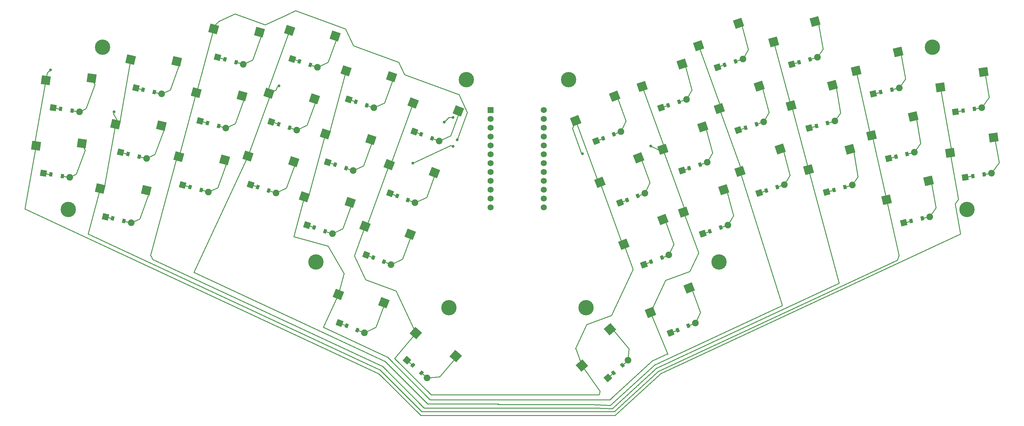
<source format=gbr>
%TF.GenerationSoftware,KiCad,Pcbnew,8.0.2-1*%
%TF.CreationDate,2024-07-02T10:22:07-04:00*%
%TF.ProjectId,thesplit,74686573-706c-4697-942e-6b696361645f,rev?*%
%TF.SameCoordinates,Original*%
%TF.FileFunction,Copper,L2,Bot*%
%TF.FilePolarity,Positive*%
%FSLAX46Y46*%
G04 Gerber Fmt 4.6, Leading zero omitted, Abs format (unit mm)*
G04 Created by KiCad (PCBNEW 8.0.2-1) date 2024-07-02 10:22:07*
%MOMM*%
%LPD*%
G01*
G04 APERTURE LIST*
G04 Aperture macros list*
%AMRotRect*
0 Rectangle, with rotation*
0 The origin of the aperture is its center*
0 $1 length*
0 $2 width*
0 $3 Rotation angle, in degrees counterclockwise*
0 Add horizontal line*
21,1,$1,$2,0,0,$3*%
G04 Aperture macros list end*
%TA.AperFunction,SMDPad,CuDef*%
%ADD10RotRect,2.550000X2.500000X351.500000*%
%TD*%
%TA.AperFunction,SMDPad,CuDef*%
%ADD11RotRect,2.550000X2.500000X346.750000*%
%TD*%
%TA.AperFunction,SMDPad,CuDef*%
%ADD12RotRect,2.550000X2.500000X344.750000*%
%TD*%
%TA.AperFunction,SMDPad,CuDef*%
%ADD13RotRect,2.550000X2.500000X341.750000*%
%TD*%
%TA.AperFunction,SMDPad,CuDef*%
%ADD14RotRect,2.550000X2.500000X338.750000*%
%TD*%
%TA.AperFunction,SMDPad,CuDef*%
%ADD15RotRect,2.550000X2.500000X318.750000*%
%TD*%
%TA.AperFunction,SMDPad,CuDef*%
%ADD16RotRect,2.550000X2.500000X8.500000*%
%TD*%
%TA.AperFunction,SMDPad,CuDef*%
%ADD17RotRect,2.550000X2.500000X13.250000*%
%TD*%
%TA.AperFunction,SMDPad,CuDef*%
%ADD18RotRect,2.550000X2.500000X15.250000*%
%TD*%
%TA.AperFunction,SMDPad,CuDef*%
%ADD19RotRect,2.550000X2.500000X18.250000*%
%TD*%
%TA.AperFunction,SMDPad,CuDef*%
%ADD20RotRect,2.550000X2.500000X21.250000*%
%TD*%
%TA.AperFunction,SMDPad,CuDef*%
%ADD21RotRect,2.550000X2.500000X41.250000*%
%TD*%
%TA.AperFunction,ComponentPad*%
%ADD22C,1.905000*%
%TD*%
%TA.AperFunction,ComponentPad*%
%ADD23RotRect,1.778000X1.778000X351.500000*%
%TD*%
%TA.AperFunction,SMDPad,CuDef*%
%ADD24RotRect,0.900000X1.200000X351.500000*%
%TD*%
%TA.AperFunction,ComponentPad*%
%ADD25RotRect,1.778000X1.778000X346.750000*%
%TD*%
%TA.AperFunction,SMDPad,CuDef*%
%ADD26RotRect,0.900000X1.200000X346.750000*%
%TD*%
%TA.AperFunction,ComponentPad*%
%ADD27RotRect,1.778000X1.778000X344.750000*%
%TD*%
%TA.AperFunction,SMDPad,CuDef*%
%ADD28RotRect,0.900000X1.200000X344.750000*%
%TD*%
%TA.AperFunction,ComponentPad*%
%ADD29RotRect,1.778000X1.778000X341.750000*%
%TD*%
%TA.AperFunction,SMDPad,CuDef*%
%ADD30RotRect,0.900000X1.200000X341.750000*%
%TD*%
%TA.AperFunction,ComponentPad*%
%ADD31RotRect,1.778000X1.778000X338.750000*%
%TD*%
%TA.AperFunction,SMDPad,CuDef*%
%ADD32RotRect,0.900000X1.200000X338.750000*%
%TD*%
%TA.AperFunction,ComponentPad*%
%ADD33RotRect,1.778000X1.778000X318.750000*%
%TD*%
%TA.AperFunction,SMDPad,CuDef*%
%ADD34RotRect,0.900000X1.200000X318.750000*%
%TD*%
%TA.AperFunction,ComponentPad*%
%ADD35RotRect,1.778000X1.778000X8.500000*%
%TD*%
%TA.AperFunction,SMDPad,CuDef*%
%ADD36RotRect,0.900000X1.200000X8.500000*%
%TD*%
%TA.AperFunction,ComponentPad*%
%ADD37RotRect,1.778000X1.778000X13.250000*%
%TD*%
%TA.AperFunction,SMDPad,CuDef*%
%ADD38RotRect,0.900000X1.200000X13.250000*%
%TD*%
%TA.AperFunction,ComponentPad*%
%ADD39RotRect,1.778000X1.778000X15.250000*%
%TD*%
%TA.AperFunction,SMDPad,CuDef*%
%ADD40RotRect,0.900000X1.200000X15.250000*%
%TD*%
%TA.AperFunction,ComponentPad*%
%ADD41RotRect,1.778000X1.778000X18.250000*%
%TD*%
%TA.AperFunction,SMDPad,CuDef*%
%ADD42RotRect,0.900000X1.200000X18.250000*%
%TD*%
%TA.AperFunction,ComponentPad*%
%ADD43RotRect,1.778000X1.778000X21.250000*%
%TD*%
%TA.AperFunction,SMDPad,CuDef*%
%ADD44RotRect,0.900000X1.200000X21.250000*%
%TD*%
%TA.AperFunction,ComponentPad*%
%ADD45RotRect,1.778000X1.778000X41.250000*%
%TD*%
%TA.AperFunction,SMDPad,CuDef*%
%ADD46RotRect,0.900000X1.200000X41.250000*%
%TD*%
%TA.AperFunction,ComponentPad*%
%ADD47C,0.700000*%
%TD*%
%TA.AperFunction,ComponentPad*%
%ADD48C,4.400000*%
%TD*%
%TA.AperFunction,ComponentPad*%
%ADD49C,1.752600*%
%TD*%
%TA.AperFunction,ComponentPad*%
%ADD50R,1.752600X1.752600*%
%TD*%
%TA.AperFunction,ViaPad*%
%ADD51C,0.800000*%
%TD*%
%TA.AperFunction,Conductor*%
%ADD52C,0.250000*%
%TD*%
G04 APERTURE END LIST*
D10*
%TO.P,S1,2*%
%TO.N,outer_home*%
X217442743Y-201947851D03*
%TO.P,S1,1*%
%TO.N,P20*%
X204282298Y-202549221D03*
%TD*%
%TO.P,S2,2*%
%TO.N,outer_top*%
X220251109Y-183156549D03*
%TO.P,S2,1*%
%TO.N,P20*%
X207090664Y-183757919D03*
%TD*%
D11*
%TO.P,S3,2*%
%TO.N,pinky_bottom*%
X235872041Y-215351516D03*
%TO.P,S3,1*%
%TO.N,P19*%
X222706999Y-214861021D03*
%TD*%
%TO.P,S4,2*%
%TO.N,pinky_home*%
X240226856Y-196857305D03*
%TO.P,S4,1*%
%TO.N,P19*%
X227061814Y-196366810D03*
%TD*%
%TO.P,S5,2*%
%TO.N,pinky_top*%
X244581650Y-178363103D03*
%TO.P,S5,1*%
%TO.N,P19*%
X231416608Y-177872608D03*
%TD*%
D12*
%TO.P,S6,2*%
%TO.N,ring_bottom*%
X258293703Y-206646173D03*
%TO.P,S6,1*%
%TO.N,P18*%
X245153795Y-205696524D03*
%TD*%
%TO.P,S7,2*%
%TO.N,ring_home*%
X263291309Y-188315210D03*
%TO.P,S7,1*%
%TO.N,P18*%
X250151401Y-187365561D03*
%TD*%
%TO.P,S8,2*%
%TO.N,ring_top*%
X268288901Y-169984243D03*
%TO.P,S8,1*%
%TO.N,P18*%
X255148993Y-169034594D03*
%TD*%
D13*
%TO.P,S9,2*%
%TO.N,middle_bottom*%
X278106356Y-207189335D03*
%TO.P,S9,1*%
%TO.N,P14*%
X265034166Y-205553311D03*
%TD*%
%TO.P,S10,2*%
%TO.N,middle_home*%
X284056462Y-189145051D03*
%TO.P,S10,1*%
%TO.N,P14*%
X270984272Y-187509027D03*
%TD*%
%TO.P,S11,2*%
%TO.N,middle_top*%
X290006579Y-171100766D03*
%TO.P,S11,1*%
%TO.N,P14*%
X276934389Y-169464742D03*
%TD*%
%TO.P,S12,2*%
%TO.N,index_bottom*%
X294271660Y-218837632D03*
%TO.P,S12,1*%
%TO.N,P4*%
X281199470Y-217201608D03*
%TD*%
%TO.P,S13,2*%
%TO.N,index_home*%
X300221763Y-200793367D03*
%TO.P,S13,1*%
%TO.N,P4*%
X287149573Y-199157343D03*
%TD*%
%TO.P,S14,2*%
%TO.N,index_top*%
X306171869Y-182749080D03*
%TO.P,S14,1*%
%TO.N,P4*%
X293099679Y-181113056D03*
%TD*%
D14*
%TO.P,S15,2*%
%TO.N,inner_bottom*%
X311523407Y-228014577D03*
%TO.P,S15,1*%
%TO.N,P3*%
X298554750Y-225696639D03*
%TD*%
%TO.P,S16,2*%
%TO.N,inner_home*%
X318409728Y-210306458D03*
%TO.P,S16,1*%
%TO.N,P3*%
X305441071Y-207988520D03*
%TD*%
%TO.P,S18,2*%
%TO.N,near_thumb*%
X303912214Y-247586756D03*
%TO.P,S18,1*%
%TO.N,P4*%
X290943557Y-245268818D03*
%TD*%
D15*
%TO.P,S19,2*%
%TO.N,home_thumb*%
X324495318Y-262957910D03*
%TO.P,S19,1*%
%TO.N,P3*%
X313101548Y-256344218D03*
%TD*%
D16*
%TO.P,S20,2*%
%TO.N,mirror_outer_home*%
X478587794Y-200220840D03*
%TO.P,S20,1*%
%TO.N,P20*%
X466178224Y-204643674D03*
%TD*%
%TO.P,S21,2*%
%TO.N,mirror_outer_top*%
X475779423Y-181429546D03*
%TO.P,S21,1*%
%TO.N,P20*%
X463369853Y-185852380D03*
%TD*%
D17*
%TO.P,S22,2*%
%TO.N,mirror_pinky_bottom*%
X459975785Y-212673521D03*
%TO.P,S22,1*%
%TO.N,P19*%
X447975082Y-218108783D03*
%TD*%
%TO.P,S23,2*%
%TO.N,mirror_pinky_home*%
X455620978Y-194179326D03*
%TO.P,S23,1*%
%TO.N,P19*%
X443620275Y-199614588D03*
%TD*%
%TO.P,S24,2*%
%TO.N,mirror_pinky_top*%
X451266162Y-175685112D03*
%TO.P,S24,1*%
%TO.N,P19*%
X439265459Y-181120374D03*
%TD*%
D18*
%TO.P,S25,2*%
%TO.N,mirror_ring_bottom*%
X437453713Y-203572908D03*
%TO.P,S25,1*%
%TO.N,P18*%
X425650007Y-209423668D03*
%TD*%
%TO.P,S26,2*%
%TO.N,mirror_ring_home*%
X432456139Y-185241955D03*
%TO.P,S26,1*%
%TO.N,P18*%
X420652433Y-191092715D03*
%TD*%
%TO.P,S27,2*%
%TO.N,mirror_ring_top*%
X427458546Y-166910991D03*
%TO.P,S27,1*%
%TO.N,P18*%
X415654840Y-172761751D03*
%TD*%
D19*
%TO.P,S28,2*%
%TO.N,mirror_middle_bottom*%
X417464805Y-203530339D03*
%TO.P,S28,1*%
%TO.N,P14*%
X405983474Y-209990850D03*
%TD*%
%TO.P,S29,2*%
%TO.N,mirror_middle_home*%
X411514679Y-185486038D03*
%TO.P,S29,1*%
%TO.N,P14*%
X400033348Y-191946549D03*
%TD*%
%TO.P,S30,2*%
%TO.N,mirror_middle_top*%
X405564571Y-167441763D03*
%TO.P,S30,1*%
%TO.N,P14*%
X394083240Y-173902274D03*
%TD*%
%TO.P,S31,2*%
%TO.N,mirror_index_bottom*%
X401299505Y-215178648D03*
%TO.P,S31,1*%
%TO.N,P4*%
X389818174Y-221639159D03*
%TD*%
%TO.P,S32,2*%
%TO.N,mirror_index_home*%
X395349373Y-197134351D03*
%TO.P,S32,1*%
%TO.N,P4*%
X383868042Y-203594862D03*
%TD*%
%TO.P,S33,2*%
%TO.N,mirror_index_top*%
X389399275Y-179090074D03*
%TO.P,S33,1*%
%TO.N,P4*%
X377917944Y-185550585D03*
%TD*%
D20*
%TO.P,S34,2*%
%TO.N,mirror_inner_bottom*%
X383841023Y-223779853D03*
%TO.P,S34,1*%
%TO.N,P3*%
X372713550Y-230832392D03*
%TD*%
%TO.P,S35,2*%
%TO.N,mirror_inner_home*%
X376954721Y-206071712D03*
%TO.P,S35,1*%
%TO.N,P3*%
X365827248Y-213124251D03*
%TD*%
%TO.P,S36,2*%
%TO.N,mirror_inner_top*%
X370068378Y-188363564D03*
%TO.P,S36,1*%
%TO.N,P3*%
X358940905Y-195416103D03*
%TD*%
%TO.P,S37,2*%
%TO.N,mirror_near_thumb*%
X391452215Y-243352025D03*
%TO.P,S37,1*%
%TO.N,P4*%
X380324742Y-250404564D03*
%TD*%
D21*
%TO.P,S38,2*%
%TO.N,mirror_home_thumb*%
X368764047Y-255254105D03*
%TO.P,S38,1*%
%TO.N,P3*%
X360719750Y-265687147D03*
%TD*%
D22*
%TO.P,D1,2*%
%TO.N,outer_home*%
X213943144Y-211616778D03*
D23*
%TO.P,D1,1*%
%TO.N,P15*%
X206406842Y-210490480D03*
D24*
X208543115Y-210809744D03*
%TO.P,D1,2*%
%TO.N,outer_home*%
X211806871Y-211297514D03*
%TD*%
D22*
%TO.P,D2,2*%
%TO.N,outer_top*%
X216751497Y-192825470D03*
D23*
%TO.P,D2,1*%
%TO.N,P21*%
X209215195Y-191699172D03*
D24*
X211351468Y-192018436D03*
%TO.P,D2,2*%
%TO.N,outer_top*%
X214615224Y-192506206D03*
%TD*%
D22*
%TO.P,D3,2*%
%TO.N,pinky_bottom*%
X231583801Y-224697417D03*
D25*
%TO.P,D3,1*%
%TO.N,P16*%
X224166657Y-222950923D03*
D26*
X226269152Y-223445986D03*
%TO.P,D3,2*%
%TO.N,pinky_bottom*%
X229481306Y-224202354D03*
%TD*%
D22*
%TO.P,D4,2*%
%TO.N,pinky_home*%
X235938599Y-206203222D03*
D25*
%TO.P,D4,1*%
%TO.N,P15*%
X228521455Y-204456728D03*
D26*
X230623950Y-204951791D03*
%TO.P,D4,2*%
%TO.N,pinky_home*%
X233836104Y-205708159D03*
%TD*%
D22*
%TO.P,D5,2*%
%TO.N,pinky_top*%
X240293406Y-187709013D03*
D25*
%TO.P,D5,1*%
%TO.N,P21*%
X232876262Y-185962519D03*
D26*
X234978757Y-186457582D03*
%TO.P,D5,2*%
%TO.N,pinky_top*%
X238190911Y-187213950D03*
%TD*%
D22*
%TO.P,D6,2*%
%TO.N,ring_bottom*%
X253681900Y-215836750D03*
D27*
%TO.P,D6,1*%
%TO.N,P16*%
X246330220Y-213832446D03*
D28*
X248414163Y-214400596D03*
%TO.P,D6,2*%
%TO.N,ring_bottom*%
X251597957Y-215268600D03*
%TD*%
D22*
%TO.P,D7,2*%
%TO.N,ring_home*%
X258679479Y-197505791D03*
D27*
%TO.P,D7,1*%
%TO.N,P15*%
X251327799Y-195501487D03*
D28*
X253411742Y-196069637D03*
%TO.P,D7,2*%
%TO.N,ring_home*%
X256595536Y-196937641D03*
%TD*%
D22*
%TO.P,D8,2*%
%TO.N,ring_top*%
X263677107Y-179174823D03*
D27*
%TO.P,D8,1*%
%TO.N,P21*%
X256325427Y-177170519D03*
D28*
X258409370Y-177738669D03*
%TO.P,D8,2*%
%TO.N,ring_top*%
X261593164Y-178606673D03*
%TD*%
D22*
%TO.P,D9,2*%
%TO.N,middle_bottom*%
X273019881Y-216125958D03*
D29*
%TO.P,D9,1*%
%TO.N,P16*%
X265783169Y-213739662D03*
D30*
X267834528Y-214416090D03*
%TO.P,D9,2*%
%TO.N,middle_bottom*%
X270968522Y-215449530D03*
%TD*%
D22*
%TO.P,D10,2*%
%TO.N,middle_home*%
X278970003Y-198081658D03*
D29*
%TO.P,D10,1*%
%TO.N,P15*%
X271733291Y-195695362D03*
D30*
X273784650Y-196371790D03*
%TO.P,D10,2*%
%TO.N,middle_home*%
X276918644Y-197405230D03*
%TD*%
D22*
%TO.P,D11,2*%
%TO.N,middle_top*%
X284920094Y-180037389D03*
D29*
%TO.P,D11,1*%
%TO.N,P21*%
X277683382Y-177651093D03*
D30*
X279734741Y-178327521D03*
%TO.P,D11,2*%
%TO.N,middle_top*%
X282868735Y-179360961D03*
%TD*%
D22*
%TO.P,D12,2*%
%TO.N,index_bottom*%
X289185186Y-227774264D03*
D29*
%TO.P,D12,1*%
%TO.N,P16*%
X281948474Y-225387968D03*
D30*
X283999833Y-226064396D03*
%TO.P,D12,2*%
%TO.N,index_bottom*%
X287133827Y-227097836D03*
%TD*%
D22*
%TO.P,D13,2*%
%TO.N,index_home*%
X295135292Y-209729982D03*
D29*
%TO.P,D13,1*%
%TO.N,P15*%
X287898580Y-207343686D03*
D30*
X289949939Y-208020114D03*
%TO.P,D13,2*%
%TO.N,index_home*%
X293083933Y-209053554D03*
%TD*%
D22*
%TO.P,D14,2*%
%TO.N,index_top*%
X301085403Y-191685691D03*
D29*
%TO.P,D14,1*%
%TO.N,P21*%
X293848691Y-189299395D03*
D30*
X295900050Y-189975823D03*
%TO.P,D14,2*%
%TO.N,index_top*%
X299034044Y-191009263D03*
%TD*%
D22*
%TO.P,D15,2*%
%TO.N,inner_bottom*%
X305976178Y-236672759D03*
D31*
%TO.P,D15,1*%
%TO.N,P16*%
X298874286Y-233910979D03*
D32*
X300887418Y-234693845D03*
%TO.P,D15,2*%
%TO.N,inner_bottom*%
X303963046Y-235889893D03*
%TD*%
D22*
%TO.P,D16,2*%
%TO.N,inner_home*%
X312862523Y-218964608D03*
D31*
%TO.P,D16,1*%
%TO.N,P15*%
X305760631Y-216202828D03*
D32*
X307773763Y-216985694D03*
%TO.P,D16,2*%
%TO.N,inner_home*%
X310849391Y-218181742D03*
%TD*%
D22*
%TO.P,D17,2*%
%TO.N,inner_top*%
X319748818Y-201256457D03*
D31*
%TO.P,D17,1*%
%TO.N,P21*%
X312646926Y-198494677D03*
D32*
X314660058Y-199277543D03*
%TO.P,D17,2*%
%TO.N,inner_top*%
X317735686Y-200473591D03*
%TD*%
D22*
%TO.P,D18,2*%
%TO.N,near_thumb*%
X298364995Y-256244922D03*
D31*
%TO.P,D18,1*%
%TO.N,P10*%
X291263103Y-253483142D03*
D32*
X293276235Y-254266008D03*
%TO.P,D18,2*%
%TO.N,near_thumb*%
X296351863Y-255462056D03*
%TD*%
D22*
%TO.P,D19,2*%
%TO.N,home_thumb*%
X316321361Y-269196685D03*
D33*
%TO.P,D19,1*%
%TO.N,P10*%
X310592341Y-264172469D03*
D34*
X312216318Y-265596658D03*
%TO.P,D19,2*%
%TO.N,home_thumb*%
X314697384Y-267772496D03*
%TD*%
D22*
%TO.P,D20,2*%
%TO.N,mirror_outer_home*%
X478068027Y-210490464D03*
D35*
%TO.P,D20,1*%
%TO.N,P6*%
X470531727Y-211616776D03*
D36*
X472668000Y-211297504D03*
%TO.P,D20,2*%
%TO.N,mirror_outer_home*%
X475931754Y-210809736D03*
%TD*%
D22*
%TO.P,D21,2*%
%TO.N,mirror_outer_top*%
X475259652Y-191699172D03*
D35*
%TO.P,D21,1*%
%TO.N,P1*%
X467723352Y-192825484D03*
D36*
X469859625Y-192506212D03*
%TO.P,D21,2*%
%TO.N,mirror_outer_top*%
X473123379Y-192018444D03*
%TD*%
D22*
%TO.P,D22,2*%
%TO.N,mirror_pinky_bottom*%
X460308193Y-222950927D03*
D37*
%TO.P,D22,1*%
%TO.N,P8*%
X452891041Y-224697435D03*
D38*
X454993537Y-224202364D03*
%TO.P,D22,2*%
%TO.N,mirror_pinky_bottom*%
X458205697Y-223445998D03*
%TD*%
D22*
%TO.P,D23,2*%
%TO.N,mirror_pinky_home*%
X455953401Y-204456703D03*
D37*
%TO.P,D23,1*%
%TO.N,P6*%
X448536249Y-206203211D03*
D38*
X450638745Y-205708140D03*
%TO.P,D23,2*%
%TO.N,mirror_pinky_home*%
X453850905Y-204951774D03*
%TD*%
D22*
%TO.P,D24,2*%
%TO.N,mirror_pinky_top*%
X451598589Y-185962514D03*
D37*
%TO.P,D24,1*%
%TO.N,P1*%
X444181437Y-187709022D03*
D38*
X446283933Y-187213951D03*
%TO.P,D24,2*%
%TO.N,mirror_pinky_top*%
X449496093Y-186457585D03*
%TD*%
D22*
%TO.P,D25,2*%
%TO.N,mirror_ring_bottom*%
X438144645Y-213832436D03*
D39*
%TO.P,D25,1*%
%TO.N,P8*%
X430792965Y-215836742D03*
D40*
X432876908Y-215268591D03*
%TO.P,D25,2*%
%TO.N,mirror_ring_bottom*%
X436060702Y-214400587D03*
%TD*%
D22*
%TO.P,D26,2*%
%TO.N,mirror_ring_home*%
X433147040Y-195501474D03*
D39*
%TO.P,D26,1*%
%TO.N,P6*%
X425795360Y-197505780D03*
D40*
X427879303Y-196937629D03*
%TO.P,D26,2*%
%TO.N,mirror_ring_home*%
X431063097Y-196069625D03*
%TD*%
D22*
%TO.P,D27,2*%
%TO.N,mirror_ring_top*%
X428149452Y-177170529D03*
D39*
%TO.P,D27,1*%
%TO.N,P1*%
X420797772Y-179174835D03*
D40*
X422881715Y-178606684D03*
%TO.P,D27,2*%
%TO.N,mirror_ring_top*%
X426065509Y-177738680D03*
%TD*%
D22*
%TO.P,D28,2*%
%TO.N,mirror_middle_bottom*%
X418691700Y-213739654D03*
D41*
%TO.P,D28,1*%
%TO.N,P8*%
X411454996Y-216125942D03*
D42*
X413506350Y-215449516D03*
%TO.P,D28,2*%
%TO.N,mirror_middle_bottom*%
X416640346Y-214416080D03*
%TD*%
D22*
%TO.P,D29,2*%
%TO.N,mirror_middle_home*%
X412741586Y-195695379D03*
D41*
%TO.P,D29,1*%
%TO.N,P6*%
X405504882Y-198081667D03*
D42*
X407556236Y-197405241D03*
%TO.P,D29,2*%
%TO.N,mirror_middle_home*%
X410690232Y-196371805D03*
%TD*%
D22*
%TO.P,D30,2*%
%TO.N,mirror_middle_top*%
X406791466Y-177651102D03*
D41*
%TO.P,D30,1*%
%TO.N,P1*%
X399554762Y-180037390D03*
D42*
X401606116Y-179360964D03*
%TO.P,D30,2*%
%TO.N,mirror_middle_top*%
X404740112Y-178327528D03*
%TD*%
D22*
%TO.P,D31,2*%
%TO.N,mirror_index_bottom*%
X402526384Y-225387957D03*
D41*
%TO.P,D31,1*%
%TO.N,P8*%
X395289680Y-227774245D03*
D42*
X397341034Y-227097819D03*
%TO.P,D31,2*%
%TO.N,mirror_index_bottom*%
X400475030Y-226064383D03*
%TD*%
D22*
%TO.P,D32,2*%
%TO.N,mirror_index_home*%
X396576275Y-207343686D03*
D41*
%TO.P,D32,1*%
%TO.N,P6*%
X389339571Y-209729974D03*
D42*
X391390925Y-209053548D03*
%TO.P,D32,2*%
%TO.N,mirror_index_home*%
X394524921Y-208020112D03*
%TD*%
D22*
%TO.P,D33,2*%
%TO.N,mirror_index_top*%
X390626174Y-189299399D03*
D41*
%TO.P,D33,1*%
%TO.N,P1*%
X383389470Y-191685687D03*
D42*
X385440824Y-191009261D03*
%TO.P,D33,2*%
%TO.N,mirror_index_top*%
X388574820Y-189975825D03*
%TD*%
D22*
%TO.P,D34,2*%
%TO.N,mirror_inner_bottom*%
X385600568Y-233910960D03*
D43*
%TO.P,D34,1*%
%TO.N,P8*%
X378498670Y-236672742D03*
D44*
X380511804Y-235889875D03*
%TO.P,D34,2*%
%TO.N,mirror_inner_bottom*%
X383587434Y-234693827D03*
%TD*%
D22*
%TO.P,D35,2*%
%TO.N,mirror_inner_home*%
X378714246Y-216202834D03*
D43*
%TO.P,D35,1*%
%TO.N,P6*%
X371612348Y-218964616D03*
D44*
X373625482Y-218181749D03*
%TO.P,D35,2*%
%TO.N,mirror_inner_home*%
X376701112Y-216985701D03*
%TD*%
D22*
%TO.P,D36,2*%
%TO.N,mirror_inner_top*%
X371827924Y-198494669D03*
D43*
%TO.P,D36,1*%
%TO.N,P1*%
X364726026Y-201256451D03*
D44*
X366739160Y-200473584D03*
%TO.P,D36,2*%
%TO.N,mirror_inner_top*%
X369814790Y-199277536D03*
%TD*%
D22*
%TO.P,D37,2*%
%TO.N,mirror_near_thumb*%
X393211777Y-253483133D03*
D43*
%TO.P,D37,1*%
%TO.N,P9*%
X386109879Y-256244915D03*
D44*
X388123013Y-255462048D03*
%TO.P,D37,2*%
%TO.N,mirror_near_thumb*%
X391198643Y-254266000D03*
%TD*%
D22*
%TO.P,D38,2*%
%TO.N,mirror_home_thumb*%
X373882504Y-264172459D03*
D45*
%TO.P,D38,1*%
%TO.N,P9*%
X368153482Y-269196677D03*
D46*
X369777460Y-267772485D03*
%TO.P,D38,2*%
%TO.N,mirror_home_thumb*%
X372258526Y-265596651D03*
%TD*%
D47*
%TO.P,_1,1*%
%TO.N,N/C*%
X223589102Y-172715252D03*
X224977095Y-174591015D03*
X222018853Y-175328588D03*
X222363759Y-173020766D03*
X221713339Y-174103245D03*
X224671581Y-173365672D03*
X223101332Y-175979008D03*
D48*
X223345217Y-174347130D03*
D47*
X224326675Y-175673494D03*
%TD*%
%TO.P,_2,1*%
%TO.N,N/C*%
X460885763Y-172715233D03*
X462761524Y-174103226D03*
X460148193Y-175673475D03*
X459803282Y-173365656D03*
X459497770Y-174590994D03*
X462111101Y-173020745D03*
X461373531Y-175978987D03*
D48*
X461129647Y-174347110D03*
D47*
X462456012Y-175328564D03*
%TD*%
%TO.P,_3,1*%
%TO.N,N/C*%
X213749449Y-219272223D03*
X215137442Y-221147986D03*
X212179200Y-221885559D03*
X212524106Y-219577737D03*
X211873686Y-220660216D03*
X214831928Y-219922643D03*
X213261679Y-222535979D03*
D48*
X213505564Y-220904101D03*
D47*
X214487022Y-222230465D03*
%TD*%
%TO.P,_4,1*%
%TO.N,N/C*%
X470725399Y-219272228D03*
X472601160Y-220660221D03*
X469987829Y-222230470D03*
X469642918Y-219922651D03*
X469337406Y-221147989D03*
X471950737Y-219577740D03*
X471213167Y-222535982D03*
D48*
X470969283Y-220904105D03*
D47*
X472295648Y-221885559D03*
%TD*%
%TO.P,_5,1*%
%TO.N,N/C*%
X284991203Y-234393842D03*
X286041480Y-236477559D03*
X283001068Y-236703501D03*
X283731821Y-234487424D03*
X282907486Y-235444119D03*
X285947898Y-235218177D03*
X283957763Y-237527836D03*
D48*
X284474483Y-235960839D03*
D47*
X285217145Y-237434254D03*
%TD*%
%TO.P,_6,1*%
%TO.N,N/C*%
X399483663Y-234393854D03*
X401567379Y-235444134D03*
X399257721Y-237434270D03*
X398526963Y-235218192D03*
X398433383Y-236477570D03*
X400743041Y-234487434D03*
X400517099Y-237527850D03*
D48*
X400000381Y-235960852D03*
D47*
X401473799Y-236703512D03*
%TD*%
%TO.P,_7,1*%
%TO.N,N/C*%
X328199875Y-182118198D03*
X329139665Y-184254036D03*
X326091590Y-184320541D03*
X326937322Y-182145751D03*
X326064037Y-183057988D03*
X329112112Y-182991483D03*
X327003827Y-185193826D03*
D48*
X327601851Y-183656012D03*
D47*
X328266380Y-185166273D03*
%TD*%
%TO.P,_8,1*%
%TO.N,N/C*%
X356274980Y-182118174D03*
X358410819Y-183057965D03*
X356208468Y-185166246D03*
X355362747Y-182991453D03*
X355335189Y-184254013D03*
X357537540Y-182145732D03*
X357471028Y-185193804D03*
D48*
X356873004Y-183655989D03*
D47*
X358383261Y-184320525D03*
%TD*%
%TO.P,_9,1*%
%TO.N,N/C*%
X323665949Y-247839223D03*
X323818563Y-250167675D03*
X320931567Y-249187670D03*
X322470116Y-247433293D03*
X321337497Y-247991837D03*
X324224493Y-248971842D03*
X321490111Y-250320289D03*
D48*
X322578030Y-249079756D03*
D47*
X322685944Y-250726219D03*
%TD*%
%TO.P,_10,1*%
%TO.N,N/C*%
X360808925Y-247839228D03*
X363137375Y-247991844D03*
X361788926Y-250726229D03*
X360250374Y-248971845D03*
X360656309Y-250167678D03*
X362004758Y-247433293D03*
X362984759Y-250320294D03*
D48*
X361896842Y-249079761D03*
D47*
X363543310Y-249187677D03*
%TD*%
D49*
%TO.P,MCU1,24*%
%TO.N,P9*%
X349792835Y-220263233D03*
%TO.P,MCU1,23*%
%TO.N,P8*%
X349792827Y-217723234D03*
%TO.P,MCU1,22*%
%TO.N,P7*%
X349792828Y-215183233D03*
%TO.P,MCU1,21*%
%TO.N,P6*%
X349792828Y-212643233D03*
%TO.P,MCU1,20*%
%TO.N,P5*%
X349792835Y-210103237D03*
%TO.P,MCU1,19*%
%TO.N,P4*%
X349792837Y-207563228D03*
%TO.P,MCU1,18*%
%TO.N,P3*%
X349792830Y-205023233D03*
%TO.P,MCU1,17*%
%TO.N,P2*%
X349792830Y-202483236D03*
%TO.P,MCU1,16*%
%TO.N,GND*%
X349792830Y-199943232D03*
%TO.P,MCU1,15*%
X349792832Y-197403234D03*
%TO.P,MCU1,14*%
%TO.N,P0*%
X349792827Y-194863237D03*
%TO.P,MCU1,13*%
%TO.N,P1*%
X349792831Y-192323235D03*
%TO.P,MCU1,12*%
%TO.N,P10*%
X334552829Y-220263233D03*
%TO.P,MCU1,11*%
%TO.N,P16*%
X334552833Y-217723231D03*
%TO.P,MCU1,10*%
%TO.N,P14*%
X334552828Y-215183234D03*
%TO.P,MCU1,9*%
%TO.N,P15*%
X334552830Y-212643236D03*
%TO.P,MCU1,8*%
%TO.N,P18*%
X334552830Y-210103232D03*
%TO.P,MCU1,7*%
%TO.N,P19*%
X334552830Y-207563235D03*
%TO.P,MCU1,6*%
%TO.N,P20*%
X334552823Y-205023240D03*
%TO.P,MCU1,5*%
%TO.N,P21*%
X334552825Y-202483231D03*
%TO.P,MCU1,4*%
%TO.N,VCC*%
X334552832Y-199943235D03*
%TO.P,MCU1,3*%
%TO.N,RST*%
X334552832Y-197403235D03*
%TO.P,MCU1,2*%
%TO.N,GND*%
X334552833Y-194863234D03*
D50*
%TO.P,MCU1,1*%
%TO.N,RAW*%
X334552825Y-192323235D03*
%TD*%
D14*
%TO.P,S17,2*%
%TO.N,inner_top*%
X325296065Y-192598277D03*
%TO.P,S17,1*%
%TO.N,P3*%
X312327408Y-190280339D03*
%TD*%
D51*
%TO.N,P21*%
X321194321Y-195823112D03*
X323794324Y-194423113D03*
%TO.N,P15*%
X312209182Y-207591671D03*
X323777709Y-202773551D03*
%TO.N,P3*%
X360867199Y-204851086D03*
%TO.N,P4*%
X380430537Y-202696637D03*
%TO.N,P18*%
X324955895Y-200895069D03*
%TO.N,P14*%
X273884964Y-185431352D03*
%TO.N,P19*%
X226611772Y-192847469D03*
%TO.N,P20*%
X208478225Y-180852626D03*
%TD*%
D52*
%TO.N,P18*%
X237233255Y-233498015D02*
X237107425Y-233967630D01*
X237107425Y-233967630D02*
X237429227Y-234525016D01*
X237233255Y-233498015D02*
X237234452Y-233500089D01*
X244596416Y-206018334D02*
X237233255Y-233498015D01*
X245153795Y-205696525D02*
X244596416Y-206018334D01*
X250151403Y-187365559D02*
X245255341Y-205637896D01*
X245255341Y-205637896D02*
X245153795Y-205696525D01*
X255148993Y-169034596D02*
X250252935Y-187306939D01*
X250252935Y-187306939D02*
X250151403Y-187365559D01*
%TO.N,P21*%
X322594316Y-194423110D02*
X321194321Y-195823112D01*
X323794324Y-194423113D02*
X322594316Y-194423110D01*
%TO.N,P18*%
X256668564Y-166888584D02*
X255478415Y-168078741D01*
X255478415Y-168078741D02*
X255478409Y-168705168D01*
X255478409Y-168705168D02*
X255538706Y-168809596D01*
%TO.N,P15*%
X323083513Y-202520892D02*
X312209182Y-207591671D01*
X323777709Y-202773551D02*
X323083513Y-202520892D01*
%TO.N,P3*%
X360867199Y-204851086D02*
X360527510Y-204692688D01*
X357935710Y-197571756D02*
X358940904Y-195416105D01*
X360527510Y-204692688D02*
X357935710Y-197571756D01*
%TO.N,P4*%
X380430537Y-202696637D02*
X383019277Y-203903793D01*
X383019277Y-203903793D02*
X383868046Y-203594868D01*
%TO.N,P18*%
X261282738Y-164736964D02*
X256668564Y-166888584D01*
X325417724Y-187867351D02*
X324874367Y-187669590D01*
X278643556Y-163819381D02*
X275823788Y-165134257D01*
X269927906Y-167883547D02*
X266169137Y-166515470D01*
X324874367Y-187669590D02*
X309839270Y-182197271D01*
X292926883Y-169018087D02*
X278643556Y-163819381D01*
X324955895Y-200895069D02*
X327821419Y-193022108D01*
X308165797Y-178608473D02*
X295198045Y-173888593D01*
X309839270Y-182197271D02*
X308165797Y-178608473D01*
X327821419Y-193022108D02*
X325417724Y-187867351D01*
X266169137Y-166515470D02*
X261282738Y-164736964D01*
X295198045Y-173888593D02*
X292926883Y-169018087D01*
X275823788Y-165134257D02*
X269927906Y-167883547D01*
%TO.N,P14*%
X273884964Y-185431352D02*
X273372281Y-185670427D01*
X273372281Y-185670427D02*
X273054434Y-186543696D01*
X273054434Y-186543696D02*
X270984266Y-187509026D01*
%TO.N,P19*%
X227407948Y-195075017D02*
X227061811Y-196366808D01*
X226611772Y-192847469D02*
X226456484Y-193427027D01*
X226456484Y-193427027D02*
X227407948Y-195075017D01*
%TO.N,P20*%
X207479659Y-181551828D02*
X207090670Y-183757916D01*
X208478225Y-180852626D02*
X207479659Y-181551828D01*
%TO.N,P3*%
X365834223Y-272991379D02*
X365664552Y-273953639D01*
X365538470Y-274079727D02*
X365664552Y-273953639D01*
X335976658Y-274079722D02*
X365538470Y-274079727D01*
X360719759Y-265687152D02*
X365834223Y-272991379D01*
%TO.N,P4*%
X380822723Y-264305244D02*
X369578370Y-274608792D01*
X334703869Y-275451122D02*
X368736041Y-275451124D01*
X368736041Y-275451124D02*
X369578370Y-274608792D01*
X385231118Y-262249568D02*
X380822723Y-264305244D01*
X380324750Y-250404564D02*
X385231118Y-262249568D01*
X385231118Y-262249568D02*
X385248515Y-262291568D01*
X385248515Y-262291568D02*
X385328966Y-262324884D01*
%TO.N,P14*%
X316466955Y-276678550D02*
X336510272Y-276678560D01*
X336510272Y-276678560D02*
X336801952Y-276678555D01*
X336647922Y-276816213D02*
X336510272Y-276678560D01*
X363202974Y-276816209D02*
X336647922Y-276816213D01*
X368837134Y-277062199D02*
X363202974Y-276816209D01*
X381470008Y-265486295D02*
X368837134Y-277062199D01*
%TO.N,P18*%
X369473642Y-277919379D02*
X369333246Y-278048024D01*
X369333246Y-278048024D02*
X364772670Y-277848909D01*
%TO.N,P20*%
X370142609Y-279980769D02*
X340801913Y-279980759D01*
X383263571Y-267964792D02*
X370150076Y-279981104D01*
X370150076Y-279981104D02*
X370142609Y-279980769D01*
%TO.N,P14*%
X381448031Y-265546673D02*
X381470008Y-265486295D01*
X381470008Y-265486295D02*
X418029028Y-248438554D01*
X418076959Y-248346488D02*
X405983459Y-209990841D01*
X418029028Y-248438554D02*
X418076959Y-248346488D01*
%TO.N,P18*%
X338507994Y-277848907D02*
X364772670Y-277848909D01*
X381997511Y-266443369D02*
X369473642Y-277919379D01*
X382006079Y-266419829D02*
X381997511Y-266443369D01*
X434374612Y-241999979D02*
X382006079Y-266419829D01*
X434377490Y-241994984D02*
X434374612Y-241999979D01*
X434374612Y-241999979D02*
X434362387Y-242021152D01*
X425650027Y-209423668D02*
X434377490Y-241994984D01*
%TO.N,P19*%
X222707003Y-214861022D02*
X219208534Y-227917443D01*
X219208534Y-227917443D02*
X302857207Y-266923447D01*
X302857207Y-266923447D02*
X314805617Y-278871876D01*
X314805617Y-278871876D02*
X339539987Y-278871879D01*
X339539987Y-278871879D02*
X369985804Y-278871875D01*
X369985804Y-278871875D02*
X370122360Y-278735324D01*
X370122360Y-278735324D02*
X370025045Y-278824493D01*
X382563337Y-267335262D02*
X370122360Y-278735324D01*
X370025045Y-278824493D02*
X370023722Y-278854643D01*
X451020273Y-235413273D02*
X382563337Y-267335262D01*
X451511927Y-234062486D02*
X451020273Y-235413273D01*
X451511927Y-234062486D02*
X451441113Y-234173631D01*
X447975069Y-218108773D02*
X451511927Y-234062486D01*
X443620265Y-199614580D02*
X443723535Y-200080358D01*
X443723535Y-200080358D02*
X444020177Y-200269362D01*
X444020177Y-200269362D02*
X447975069Y-218108773D01*
X439265452Y-181120382D02*
X443323637Y-199425595D01*
X443323637Y-199425595D02*
X443620265Y-199614580D01*
%TO.N,P20*%
X383278412Y-267964819D02*
X383263571Y-267964792D01*
X469120318Y-227936062D02*
X383278412Y-267964819D01*
X466178229Y-204643672D02*
X468522846Y-217940683D01*
X467592207Y-219269761D02*
X469120318Y-227936062D01*
X468522846Y-217940683D02*
X467592207Y-219269761D01*
%TO.N,P3*%
X317458349Y-274079709D02*
X335976658Y-274079722D01*
X306997450Y-263618821D02*
X317458349Y-274079709D01*
X313101560Y-256344234D02*
X306997450Y-263618821D01*
%TO.N,P4*%
X317198173Y-275451117D02*
X334703869Y-275451122D01*
X305058400Y-263311354D02*
X317198173Y-275451117D01*
X305049942Y-263288103D02*
X305058400Y-263311354D01*
X286561267Y-254666691D02*
X305049942Y-263288103D01*
X286561267Y-254666691D02*
X286569735Y-254689937D01*
X290943565Y-245268822D02*
X286561267Y-254666691D01*
%TO.N,P14*%
X304254174Y-264465771D02*
X316466955Y-276678550D01*
X249474328Y-238921507D02*
X304254174Y-264465771D01*
X265034157Y-205553309D02*
X249474328Y-238921507D01*
%TO.N,P18*%
X315505629Y-277848917D02*
X338507994Y-277848907D01*
X303607892Y-265951169D02*
X315505629Y-277848917D01*
X237677603Y-235207378D02*
X303607892Y-265951169D01*
X237429227Y-234525016D02*
X237677603Y-235207378D01*
%TO.N,P20*%
X314494813Y-279980774D02*
X340801913Y-279980759D01*
X302515846Y-268001812D02*
X314494813Y-279980774D01*
X201081438Y-220702158D02*
X302515846Y-268001812D01*
X204282293Y-202549203D02*
X201081438Y-220702158D01*
%TO.N,P3*%
X362034787Y-253888544D02*
X358807358Y-260809806D01*
X372713556Y-230832401D02*
X375344708Y-238061367D01*
X369176446Y-251289187D02*
X362034787Y-253888544D01*
X375344708Y-238061367D02*
X369176446Y-251289187D01*
X358807358Y-260809806D02*
X358972578Y-260886851D01*
X358972578Y-260886851D02*
X360719750Y-265687151D01*
X365827248Y-213124248D02*
X372182325Y-230584695D01*
X372182325Y-230584695D02*
X372713556Y-230832401D01*
X358940907Y-195416093D02*
X365295972Y-212876511D01*
X365295972Y-212876511D02*
X365827248Y-213124248D01*
%TO.N,P4*%
X394081207Y-233351738D02*
X391608158Y-238655185D01*
X391608158Y-238655185D02*
X384617041Y-241199749D01*
X389818161Y-221639151D02*
X394081207Y-233351738D01*
X384617041Y-241199749D02*
X380324771Y-250404563D01*
X383868064Y-203594869D02*
X390164962Y-220895459D01*
X390164962Y-220895459D02*
X389818161Y-221639151D01*
X377917950Y-185550592D02*
X384214841Y-202851183D01*
X384214841Y-202851183D02*
X383868064Y-203594869D01*
%TO.N,P14*%
X400033361Y-191946534D02*
X406330242Y-209247159D01*
X406330242Y-209247159D02*
X405983469Y-209990841D01*
X394083238Y-173902276D02*
X400380153Y-191202864D01*
X400380153Y-191202864D02*
X400033361Y-191946534D01*
%TO.N,P18*%
X420652435Y-191092702D02*
X420687648Y-191224135D01*
X420687648Y-191224135D02*
X420789179Y-191282749D01*
X420789179Y-191282749D02*
X425650018Y-209423665D01*
X415654845Y-172761756D02*
X420550907Y-191034085D01*
X420550907Y-191034085D02*
X420652435Y-191092702D01*
%TO.N,P20*%
X463369848Y-185852381D02*
X466581652Y-204067491D01*
X466581652Y-204067491D02*
X466178221Y-204643667D01*
%TO.N,P3*%
X295473547Y-234162190D02*
X298674801Y-241027285D01*
X298554750Y-225696646D02*
X295473547Y-234162190D01*
X298674801Y-241027285D02*
X307448178Y-244220521D01*
X307448178Y-244220521D02*
X313101540Y-256344243D01*
X305441070Y-207988508D02*
X299085992Y-225448926D01*
X299085992Y-225448926D02*
X298554750Y-225696646D01*
X312327387Y-190280354D02*
X305972326Y-207740766D01*
X305972326Y-207740766D02*
X305441070Y-207988508D01*
%TO.N,P4*%
X281199450Y-217201613D02*
X278121707Y-228687923D01*
X278121707Y-228687923D02*
X278111025Y-228694102D01*
X278111025Y-228694102D02*
X287963479Y-231334062D01*
X292549161Y-239276675D02*
X290943553Y-245268823D01*
X287963479Y-231334062D02*
X292549161Y-239276675D01*
X287149577Y-199157333D02*
X282518711Y-216439955D01*
X282518711Y-216439955D02*
X281199450Y-217201613D01*
X293099665Y-181113058D02*
X288468816Y-198395674D01*
X288468816Y-198395674D02*
X287149577Y-199157333D01*
%TO.N,P14*%
X270984271Y-187509015D02*
X270772511Y-188090792D01*
X270772511Y-188090792D02*
X271119311Y-188834491D01*
X271119311Y-188834491D02*
X265034160Y-205553311D01*
X276934361Y-169464741D02*
X270637483Y-186765335D01*
X270637483Y-186765335D02*
X270984271Y-187509015D01*
%TO.N,P19*%
X227061817Y-196366811D02*
X223954861Y-213987278D01*
X223954861Y-213987278D02*
X222707007Y-214861023D01*
X231416607Y-177872605D02*
X228309658Y-195493051D01*
X228309658Y-195493051D02*
X227061817Y-196366811D01*
%TO.N,P20*%
X207090672Y-183757905D02*
X203878842Y-201973040D01*
X203878842Y-201973040D02*
X204282297Y-202549205D01*
%TO.N,mirror_outer_top*%
X475779420Y-181429549D02*
X476163079Y-181698189D01*
X477390052Y-188656667D02*
X475259670Y-191699168D01*
X476163079Y-181698189D02*
X477390052Y-188656667D01*
%TO.N,mirror_outer_home*%
X478587796Y-200220851D02*
X478971469Y-200489474D01*
X478971469Y-200489474D02*
X480198433Y-207447965D01*
X480198433Y-207447965D02*
X478068028Y-210490462D01*
%TO.N,mirror_pinky_bottom*%
X459975786Y-212673520D02*
X460848248Y-213284434D01*
X462101201Y-220390278D02*
X460308222Y-222950931D01*
X460848248Y-213284434D02*
X462101201Y-220390278D01*
%TO.N,mirror_pinky_home*%
X455620960Y-194179324D02*
X456493422Y-194790218D01*
X456493422Y-194790218D02*
X457746387Y-201896082D01*
X457746387Y-201896082D02*
X455953401Y-204456709D01*
%TO.N,mirror_pinky_top*%
X451266169Y-175685106D02*
X452138615Y-176296003D01*
X452138615Y-176296003D02*
X453391580Y-183401858D01*
X453391580Y-183401858D02*
X451598596Y-185962509D01*
%TO.N,mirror_ring_bottom*%
X437453722Y-203572914D02*
X438533328Y-204328827D01*
X438533328Y-204328827D02*
X439793778Y-211477237D01*
X439793778Y-211477237D02*
X438144646Y-213832452D01*
%TO.N,mirror_ring_home*%
X432456138Y-185241954D02*
X433535740Y-185997877D01*
X433535740Y-185997877D02*
X434796179Y-193146264D01*
X434796179Y-193146264D02*
X433147040Y-195501482D01*
%TO.N,mirror_ring_top*%
X427458543Y-166910994D02*
X428538146Y-167666926D01*
X428538146Y-167666926D02*
X429798587Y-174815310D01*
X429798587Y-174815310D02*
X428149451Y-177170503D01*
%TO.N,mirror_middle_top*%
X405564569Y-167441764D02*
X406486965Y-167974313D01*
X406486965Y-167974313D02*
X408354449Y-174943921D01*
X408354449Y-174943921D02*
X406791480Y-177651096D01*
%TO.N,mirror_middle_home*%
X411514691Y-185486044D02*
X412437062Y-186018591D01*
X412437062Y-186018591D02*
X414304573Y-192988217D01*
X414304573Y-192988217D02*
X412741580Y-195695359D01*
%TO.N,mirror_middle_bottom*%
X417464784Y-203530344D02*
X418387185Y-204062888D01*
X418387185Y-204062888D02*
X420254694Y-211032489D01*
X420254694Y-211032489D02*
X418691689Y-213739656D01*
%TO.N,mirror_index_bottom*%
X401299491Y-215178636D02*
X402221880Y-215711185D01*
X402221880Y-215711185D02*
X404089394Y-222680777D01*
X404089394Y-222680777D02*
X402526387Y-225387957D01*
%TO.N,mirror_index_home*%
X395349395Y-197134359D02*
X396271775Y-197666906D01*
X396271775Y-197666906D02*
X398139256Y-204636495D01*
X398139256Y-204636495D02*
X396576278Y-207343682D01*
%TO.N,mirror_index_top*%
X389399277Y-179090080D02*
X390321649Y-179622628D01*
X390321649Y-179622628D02*
X392189180Y-186592213D01*
X392189180Y-186592213D02*
X390626169Y-189299393D01*
%TO.N,inner_home*%
X310849378Y-218181762D02*
X312834342Y-218904212D01*
X312834342Y-218904212D02*
X312862519Y-218964601D01*
%TO.N,P15*%
X307773762Y-216985706D02*
X305788791Y-216263222D01*
X305788791Y-216263222D02*
X305760613Y-216202832D01*
%TO.N,inner_home*%
X318409727Y-210306426D02*
X318620854Y-210759217D01*
X318620854Y-210759217D02*
X316200959Y-217407877D01*
X316200959Y-217407877D02*
X312862519Y-218964601D01*
%TO.N,inner_top*%
X325296059Y-192598286D02*
X325507191Y-193051062D01*
X325507191Y-193051062D02*
X323087274Y-199699713D01*
X323087274Y-199699713D02*
X319748841Y-201256458D01*
%TO.N,mirror_outer_top*%
X473123379Y-192018421D02*
X475194148Y-191653300D01*
X475194148Y-191653300D02*
X475259665Y-191699170D01*
%TO.N,P1*%
X469859627Y-192506207D02*
X467788849Y-192871334D01*
X467788849Y-192871334D02*
X467723345Y-192825476D01*
%TO.N,mirror_outer_home*%
X475931755Y-210809746D02*
X478002535Y-210444603D01*
X478002535Y-210444603D02*
X478068028Y-210490462D01*
%TO.N,P6*%
X470531736Y-211616778D02*
X472602507Y-211251655D01*
X472602507Y-211251655D02*
X472667991Y-211297508D01*
%TO.N,mirror_pinky_bottom*%
X458205722Y-223446010D02*
X460227422Y-222904283D01*
X460227422Y-222904283D02*
X460308205Y-222950933D01*
%TO.N,P8*%
X454993558Y-224202357D02*
X452971855Y-224744079D01*
X452971855Y-224744079D02*
X452891060Y-224697429D01*
%TO.N,mirror_pinky_home*%
X453850915Y-204951796D02*
X455872616Y-204410078D01*
X455872616Y-204410078D02*
X455953402Y-204456715D01*
%TO.N,P6*%
X450638752Y-205708157D02*
X448617045Y-206249877D01*
X448617045Y-206249877D02*
X448536252Y-206203236D01*
%TO.N,mirror_pinky_top*%
X449496083Y-186457579D02*
X451517809Y-185915860D01*
X451517809Y-185915860D02*
X451598610Y-185962508D01*
%TO.N,P1*%
X446283935Y-187213951D02*
X444262242Y-187755658D01*
X444262242Y-187755658D02*
X444181447Y-187709005D01*
%TO.N,mirror_ring_top*%
X426065500Y-177738668D02*
X428142796Y-177182061D01*
X428142796Y-177182061D02*
X428149451Y-177170503D01*
%TO.N,P1*%
X422881716Y-178606669D02*
X420804441Y-179163272D01*
X420804441Y-179163272D02*
X420797765Y-179174827D01*
%TO.N,mirror_ring_home*%
X431063098Y-196069637D02*
X433140384Y-195513036D01*
X433140384Y-195513036D02*
X433147050Y-195501478D01*
%TO.N,P6*%
X427879299Y-196937616D02*
X425802020Y-197494238D01*
X425802020Y-197494238D02*
X425795361Y-197505792D01*
%TO.N,mirror_ring_bottom*%
X436060696Y-214400606D02*
X438137985Y-213843986D01*
X438137985Y-213843986D02*
X438144651Y-213832442D01*
%TO.N,P8*%
X430792957Y-215836731D02*
X432870241Y-215280124D01*
X432870241Y-215280124D02*
X432876900Y-215268586D01*
%TO.N,mirror_middle_bottom*%
X416640343Y-214416086D02*
X418607142Y-213700221D01*
X418607142Y-213700221D02*
X418691702Y-213739652D01*
%TO.N,P8*%
X413506357Y-215449525D02*
X411539543Y-216165384D01*
X411539543Y-216165384D02*
X411455003Y-216125964D01*
%TO.N,mirror_middle_home*%
X410690233Y-196371801D02*
X412657034Y-195655937D01*
X412657034Y-195655937D02*
X412741589Y-195695375D01*
%TO.N,P6*%
X407556233Y-197405248D02*
X405589428Y-198121090D01*
X405589428Y-198121090D02*
X405504884Y-198081679D01*
%TO.N,mirror_middle_top*%
X404740120Y-178327519D02*
X406706933Y-177611663D01*
X406706933Y-177611663D02*
X406791475Y-177651094D01*
%TO.N,P1*%
X399554768Y-180037390D02*
X401521572Y-179321540D01*
X401521572Y-179321540D02*
X401606112Y-179360973D01*
%TO.N,mirror_index_bottom*%
X400475041Y-226064385D02*
X402441847Y-225348546D01*
X402441847Y-225348546D02*
X402526392Y-225387958D01*
%TO.N,P8*%
X397341025Y-227097841D02*
X395374243Y-227813683D01*
X395374243Y-227813683D02*
X395289679Y-227774265D01*
%TO.N,mirror_index_home*%
X394524924Y-208020098D02*
X396491729Y-207304240D01*
X396491729Y-207304240D02*
X396576281Y-207343685D01*
%TO.N,P6*%
X391390940Y-209053547D02*
X389424124Y-209769406D01*
X389424124Y-209769406D02*
X389339572Y-209729987D01*
%TO.N,mirror_index_top*%
X388574814Y-189975830D02*
X390541616Y-189259981D01*
X390541616Y-189259981D02*
X390626170Y-189299393D01*
%TO.N,P1*%
X383389469Y-191685688D02*
X385356266Y-190969842D01*
X385356266Y-190969842D02*
X385440815Y-191009258D01*
%TO.N,mirror_inner_top*%
X369814791Y-199277540D02*
X371799772Y-198555076D01*
X371799772Y-198555076D02*
X371827931Y-198494687D01*
%TO.N,P1*%
X364726017Y-201256461D02*
X366711001Y-200533989D01*
X366711001Y-200533989D02*
X366739165Y-200473580D01*
%TO.N,mirror_inner_home*%
X376701119Y-216985697D02*
X378686093Y-216263215D01*
X378686093Y-216263215D02*
X378714251Y-216202830D01*
%TO.N,P6*%
X373625495Y-218181729D02*
X371640507Y-218904206D01*
X371640507Y-218904206D02*
X371612356Y-218964595D01*
%TO.N,mirror_inner_bottom*%
X383587435Y-234693842D02*
X385572417Y-233971371D01*
X385572417Y-233971371D02*
X385600571Y-233910984D01*
%TO.N,P8*%
X380511796Y-235889899D02*
X378526835Y-236612359D01*
X378526835Y-236612359D02*
X378498678Y-236672760D01*
%TO.N,mirror_near_thumb*%
X391198645Y-254266012D02*
X393183612Y-253543543D01*
X393183612Y-253543543D02*
X393211777Y-253483129D01*
%TO.N,P9*%
X388123016Y-255462048D02*
X386138035Y-256184529D01*
X386138035Y-256184529D02*
X386109871Y-256244929D01*
%TO.N,mirror_home_thumb*%
X372258532Y-265596647D02*
X373876695Y-264238849D01*
X373876695Y-264238849D02*
X373882520Y-264172465D01*
%TO.N,P9*%
X369777459Y-267772492D02*
X368159300Y-269130270D01*
X368159300Y-269130270D02*
X368153474Y-269196671D01*
%TO.N,home_thumb*%
X314697406Y-267772480D02*
X316315565Y-269130299D01*
X316315565Y-269130299D02*
X316321369Y-269196690D01*
%TO.N,P10*%
X312216311Y-265596661D02*
X310598175Y-264238849D01*
X310598175Y-264238849D02*
X310592347Y-264172479D01*
%TO.N,inner_top*%
X317735700Y-200473595D02*
X319720672Y-201196063D01*
X319720672Y-201196063D02*
X319748837Y-201256455D01*
%TO.N,P21*%
X314660086Y-199277554D02*
X312675102Y-198555077D01*
X312675102Y-198555077D02*
X312646942Y-198494677D01*
%TO.N,near_thumb*%
X296351857Y-255462048D02*
X298336839Y-256184512D01*
X298336839Y-256184512D02*
X298364995Y-256244912D01*
%TO.N,P10*%
X293276223Y-254266004D02*
X291291258Y-253543531D01*
X291291258Y-253543531D02*
X291263094Y-253483140D01*
%TO.N,inner_bottom*%
X303963055Y-235889891D02*
X305948032Y-236612367D01*
X305948032Y-236612367D02*
X305976176Y-236672752D01*
%TO.N,P16*%
X298874304Y-233910972D02*
X300859271Y-234633440D01*
X300859271Y-234633440D02*
X300887423Y-234693845D01*
%TO.N,index_bottom*%
X287133821Y-227097834D02*
X289100617Y-227813684D01*
X289100617Y-227813684D02*
X289185167Y-227774268D01*
%TO.N,P16*%
X283999818Y-226064386D02*
X282033014Y-225348539D01*
X282033014Y-225348539D02*
X281948476Y-225387965D01*
%TO.N,index_home*%
X293083950Y-209053548D02*
X295050745Y-209769402D01*
X295050745Y-209769402D02*
X295135285Y-209729971D01*
%TO.N,P15*%
X289949941Y-208020115D02*
X287983125Y-207304242D01*
X287983125Y-207304242D02*
X287898593Y-207343676D01*
%TO.N,index_top*%
X299034041Y-191009251D02*
X301000851Y-191725126D01*
X301000851Y-191725126D02*
X301085400Y-191685710D01*
%TO.N,P21*%
X295900033Y-189975824D02*
X293933230Y-189259960D01*
X293933230Y-189259960D02*
X293848693Y-189299404D01*
%TO.N,middle_bottom*%
X270968528Y-215449530D02*
X272935320Y-216165379D01*
X272935320Y-216165379D02*
X273019869Y-216125962D01*
%TO.N,P16*%
X267834517Y-214416070D02*
X265867707Y-213700218D01*
X265867707Y-213700218D02*
X265783153Y-213739649D01*
%TO.N,middle_home*%
X276918637Y-197405232D02*
X278885428Y-198121103D01*
X278885428Y-198121103D02*
X278969994Y-198081665D01*
%TO.N,P15*%
X273784650Y-196371797D02*
X271817838Y-195655962D01*
X271817838Y-195655962D02*
X271733294Y-195695364D01*
%TO.N,middle_top*%
X282868745Y-179360966D02*
X284835537Y-180076829D01*
X284835537Y-180076829D02*
X284920092Y-180037386D01*
%TO.N,P21*%
X279734759Y-178327516D02*
X277767947Y-177611660D01*
X277767947Y-177611660D02*
X277683399Y-177651091D01*
%TO.N,ring_top*%
X261593162Y-178606667D02*
X263670435Y-179163265D01*
X263670435Y-179163265D02*
X263677103Y-179174805D01*
%TO.N,P21*%
X258409359Y-177738671D02*
X256332076Y-177182068D01*
X256332076Y-177182068D02*
X256325406Y-177170525D01*
%TO.N,ring_bottom*%
X251597965Y-215268588D02*
X253675252Y-215825191D01*
X253675252Y-215825191D02*
X253681924Y-215836735D01*
%TO.N,P16*%
X248414175Y-214400579D02*
X246336895Y-213843983D01*
X246336895Y-213843983D02*
X246330227Y-213832425D01*
%TO.N,ring_home*%
X256595562Y-196937638D02*
X258672834Y-197494243D01*
X258672834Y-197494243D02*
X258679499Y-197505783D01*
%TO.N,P15*%
X253411754Y-196069626D02*
X251334488Y-195513019D01*
X251334488Y-195513019D02*
X251327830Y-195501495D01*
%TO.N,pinky_top*%
X238190917Y-187213953D02*
X240212618Y-187755661D01*
X240212618Y-187755661D02*
X240293418Y-187709025D01*
%TO.N,P21*%
X232876266Y-185962522D02*
X234897967Y-186504231D01*
X234897967Y-186504231D02*
X234978754Y-186457588D01*
%TO.N,pinky_home*%
X233836113Y-205708158D02*
X235857816Y-206249864D01*
X235857816Y-206249864D02*
X235938596Y-206203216D01*
%TO.N,P15*%
X228521447Y-204456717D02*
X230543167Y-204998429D01*
X230543167Y-204998429D02*
X230623971Y-204951790D01*
%TO.N,pinky_bottom*%
X229481303Y-224202365D02*
X231503021Y-224744079D01*
X231503021Y-224744079D02*
X231583804Y-224697424D01*
%TO.N,P16*%
X224166663Y-222950921D02*
X226188359Y-223492638D01*
X226188359Y-223492638D02*
X226269163Y-223445996D01*
%TO.N,outer_home*%
X211806855Y-211297508D02*
X213877633Y-211662631D01*
X213877633Y-211662631D02*
X213943124Y-211616786D01*
%TO.N,P15*%
X206406828Y-210490482D02*
X208477602Y-210855585D01*
X208477602Y-210855585D02*
X208543120Y-210809740D01*
%TO.N,P21*%
X209215209Y-191699156D02*
X211285985Y-192064287D01*
X211285985Y-192064287D02*
X211351469Y-192018438D01*
%TO.N,outer_top*%
X214615240Y-192506200D02*
X216686011Y-192871338D01*
X216686011Y-192871338D02*
X216751502Y-192825479D01*
%TO.N,mirror_inner_top*%
X370068388Y-188363560D02*
X370805248Y-188707178D01*
X370805248Y-188707178D02*
X373254273Y-195435838D01*
X373254273Y-195435838D02*
X371827920Y-198494680D01*
%TO.N,mirror_inner_home*%
X376954712Y-206071720D02*
X377691586Y-206415321D01*
X380140603Y-213143984D02*
X378714250Y-216202825D01*
X377691586Y-206415321D02*
X380140603Y-213143984D01*
%TO.N,mirror_inner_bottom*%
X383841048Y-223779866D02*
X384577899Y-224123464D01*
X384577899Y-224123464D02*
X387026922Y-230852153D01*
X387026922Y-230852153D02*
X385600569Y-233910978D01*
%TO.N,mirror_near_thumb*%
X391452252Y-243352017D02*
X392189098Y-243695624D01*
X392189098Y-243695624D02*
X394638133Y-250424308D01*
X394638133Y-250424308D02*
X393211782Y-253483138D01*
%TO.N,mirror_home_thumb*%
X368764057Y-255254133D02*
X369573988Y-255324992D01*
X374176658Y-260810260D02*
X373882512Y-264172454D01*
X369573988Y-255324992D02*
X374176658Y-260810260D01*
%TO.N,home_thumb*%
X324495316Y-262957936D02*
X324538865Y-263455584D01*
X319990908Y-268875623D02*
X316321372Y-269196680D01*
X324538865Y-263455584D02*
X319990908Y-268875623D01*
%TO.N,near_thumb*%
X303912207Y-247586749D02*
X304123350Y-248039526D01*
X304123350Y-248039526D02*
X301703431Y-254688176D01*
X301703431Y-254688176D02*
X298365008Y-256244910D01*
%TO.N,inner_bottom*%
X311523408Y-228014602D02*
X311734534Y-228467368D01*
X311734534Y-228467368D02*
X309314645Y-235116013D01*
X309314645Y-235116013D02*
X305976185Y-236672754D01*
%TO.N,index_bottom*%
X294271674Y-218837664D02*
X294641832Y-219631527D01*
X292187730Y-226374146D02*
X289185181Y-227774265D01*
X294641832Y-219631527D02*
X292187730Y-226374146D01*
%TO.N,middle_bottom*%
X278106347Y-207189328D02*
X278476555Y-207983226D01*
X278476555Y-207983226D02*
X276022438Y-214725834D01*
X276022438Y-214725834D02*
X273019877Y-216125972D01*
%TO.N,index_home*%
X300221777Y-200793360D02*
X300591954Y-201587250D01*
X298137851Y-208329869D02*
X295135299Y-209729980D01*
X300591954Y-201587250D02*
X298137851Y-208329869D01*
%TO.N,index_top*%
X306171879Y-182749080D02*
X306542072Y-183542955D01*
X306542072Y-183542955D02*
X304087966Y-190285564D01*
X304087966Y-190285564D02*
X301085409Y-191685693D01*
%TO.N,middle_top*%
X290006578Y-171100767D02*
X290376768Y-171894671D01*
X290376768Y-171894671D02*
X287922660Y-178637279D01*
X287922660Y-178637279D02*
X284920104Y-180037400D01*
%TO.N,middle_home*%
X284056469Y-189145044D02*
X284426668Y-189938929D01*
X284426668Y-189938929D02*
X281972544Y-196681552D01*
X281972544Y-196681552D02*
X278969994Y-198081665D01*
%TO.N,ring_top*%
X268288912Y-169984237D02*
X268819134Y-171121354D01*
X268819134Y-171121354D02*
X266339849Y-177933139D01*
X266339849Y-177933139D02*
X263677093Y-179174813D01*
%TO.N,ring_bottom*%
X258293708Y-206646161D02*
X258823957Y-207783281D01*
X258823957Y-207783281D02*
X256344661Y-214595077D01*
X256344661Y-214595077D02*
X253681915Y-215836742D01*
%TO.N,ring_home*%
X263291314Y-188315210D02*
X263821548Y-189452335D01*
X263821548Y-189452335D02*
X261342245Y-196264116D01*
X261342245Y-196264116D02*
X258679510Y-197505769D01*
%TO.N,pinky_top*%
X244581687Y-178363084D02*
X245218943Y-179729744D01*
X242727910Y-186573799D02*
X240293422Y-187709039D01*
X245218943Y-179729744D02*
X242727910Y-186573799D01*
%TO.N,pinky_home*%
X240226847Y-196857283D02*
X240864129Y-198223957D01*
X240864129Y-198223957D02*
X238373111Y-205068004D01*
X238373111Y-205068004D02*
X235938611Y-206203229D01*
%TO.N,pinky_bottom*%
X235872055Y-215351492D02*
X236509326Y-216718164D01*
X236509326Y-216718164D02*
X234018304Y-223562211D01*
X234018304Y-223562211D02*
X231583786Y-224697423D01*
%TO.N,outer_home*%
X217442729Y-201947836D02*
X218334463Y-203860138D01*
X218334463Y-203860138D02*
X215831819Y-210736062D01*
X215831819Y-210736062D02*
X213943139Y-211616775D01*
%TO.N,outer_top*%
X220251114Y-183156528D02*
X221142824Y-185068836D01*
X221142824Y-185068836D02*
X218640193Y-191944745D01*
X218640193Y-191944745D02*
X216751509Y-192825476D01*
%TD*%
M02*

</source>
